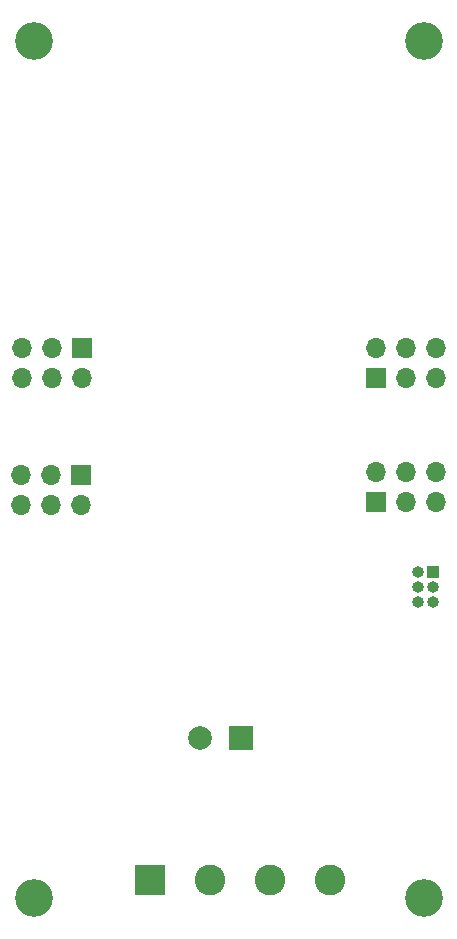
<source format=gbr>
%TF.GenerationSoftware,KiCad,Pcbnew,7.0.7*%
%TF.CreationDate,2023-11-13T21:03:18+01:00*%
%TF.ProjectId,OS-servoDriver,4f532d73-6572-4766-9f44-72697665722e,rev?*%
%TF.SameCoordinates,Original*%
%TF.FileFunction,Soldermask,Bot*%
%TF.FilePolarity,Negative*%
%FSLAX46Y46*%
G04 Gerber Fmt 4.6, Leading zero omitted, Abs format (unit mm)*
G04 Created by KiCad (PCBNEW 7.0.7) date 2023-11-13 21:03:18*
%MOMM*%
%LPD*%
G01*
G04 APERTURE LIST*
%ADD10R,1.700000X1.700000*%
%ADD11O,1.700000X1.700000*%
%ADD12C,3.200000*%
%ADD13R,2.000000X2.000000*%
%ADD14C,2.000000*%
%ADD15R,1.000000X1.000000*%
%ADD16O,1.000000X1.000000*%
%ADD17R,2.600000X2.600000*%
%ADD18C,2.600000*%
G04 APERTURE END LIST*
D10*
%TO.C,J801*%
X110080000Y-122460000D03*
D11*
X110080000Y-125000000D03*
X107540000Y-122460000D03*
X107540000Y-125000000D03*
X105000000Y-122460000D03*
X105000000Y-125000000D03*
%TD*%
D12*
%TO.C,REF\u002A\u002A*%
X139000000Y-96500000D03*
%TD*%
%TO.C,REF\u002A\u002A*%
X106000000Y-96500000D03*
%TD*%
D13*
%TO.C,C1101*%
X123500000Y-155500000D03*
D14*
X120000000Y-155500000D03*
%TD*%
D10*
%TO.C,J1001*%
X134975000Y-135500000D03*
D11*
X134975000Y-132960000D03*
X137515000Y-135500000D03*
X137515000Y-132960000D03*
X140055000Y-135500000D03*
X140055000Y-132960000D03*
%TD*%
D10*
%TO.C,J701*%
X109953000Y-133191000D03*
D11*
X109953000Y-135731000D03*
X107413000Y-133191000D03*
X107413000Y-135731000D03*
X104873000Y-133191000D03*
X104873000Y-135731000D03*
%TD*%
D10*
%TO.C,J901*%
X134975000Y-125000000D03*
D11*
X134975000Y-122460000D03*
X137515000Y-125000000D03*
X137515000Y-122460000D03*
X140055000Y-125000000D03*
X140055000Y-122460000D03*
%TD*%
D15*
%TO.C,U201*%
X139770000Y-141460000D03*
D16*
X138500000Y-141460000D03*
X139770000Y-142730000D03*
X138500000Y-142730000D03*
X139770000Y-144000000D03*
X138500000Y-144000000D03*
%TD*%
D12*
%TO.C,REF\u002A\u002A*%
X106000000Y-169000000D03*
%TD*%
D17*
%TO.C,J101*%
X115840000Y-167500000D03*
D18*
X120920000Y-167500000D03*
X126000000Y-167500000D03*
X131080000Y-167500000D03*
%TD*%
D12*
%TO.C,REF\u002A\u002A*%
X139000000Y-169000000D03*
%TD*%
M02*

</source>
